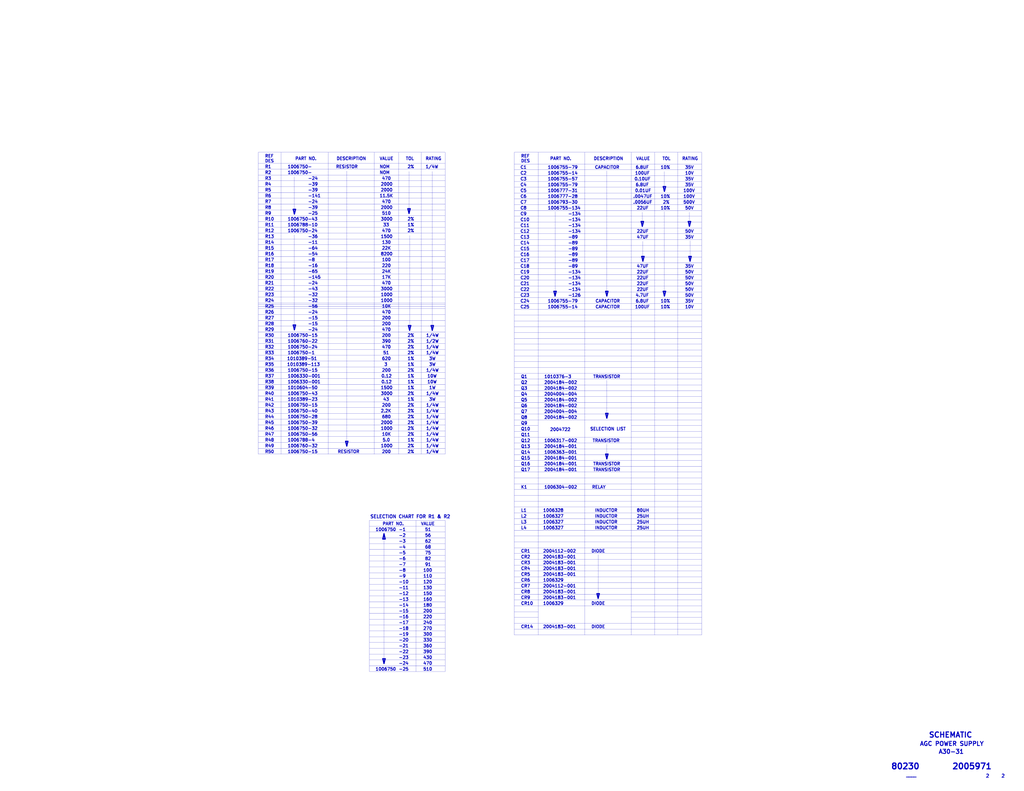
<source format=kicad_sch>
(kicad_sch (version 20211123) (generator eeschema)
  (paper "E")
  (polyline (pts (xy 688.975 668.02) (xy 765.81 668.02)) (stroke (width 0) (type solid)))
  (polyline (pts (xy 485.775 332.74) (xy 281.94 332.74)) (stroke (width 0) (type solid)))
  (polyline (pts (xy 765.81 648.97) (xy 561.34 648.97)) (stroke (width 0) (type solid)))
  (polyline (pts (xy 281.94 229.235) (xy 485.775 229.235)) (stroke (width 0) (type solid)))
  (polyline (pts (xy 322.58 354.965) (xy 321.31 360.045)) (stroke (width 1.27) (type solid)))
  (polyline (pts (xy 765.81 585.47) (xy 561.34 585.47)) (stroke (width 0) (type solid)))
  (polyline (pts (xy 765.81 325.12) (xy 561.34 325.12)) (stroke (width 0) (type solid)))
  (polyline (pts (xy 403.225 663.575) (xy 485.775 663.575)) (stroke (width 0) (type solid)))
  (polyline (pts (xy 281.94 387.985) (xy 485.775 387.985)) (stroke (width 0) (type solid)))
  (polyline (pts (xy 321.31 193.04) (xy 321.31 233.68)) (stroke (width 0) (type solid)))
  (polyline (pts (xy 281.94 299.085) (xy 485.775 299.085)) (stroke (width 0) (type solid)))
  (polyline (pts (xy 281.94 191.135) (xy 485.775 191.135)) (stroke (width 0) (type solid)))
  (polyline (pts (xy 702.31 241.935) (xy 701.04 247.015)) (stroke (width 1.27) (type solid)))
  (polyline (pts (xy 688.975 166.37) (xy 688.975 693.42)) (stroke (width 0) (type solid)))
  (polyline (pts (xy 281.94 166.37) (xy 485.775 166.37)) (stroke (width 0) (type solid)))
  (polyline (pts (xy 281.94 235.585) (xy 485.775 235.585)) (stroke (width 0) (type solid)))
  (polyline (pts (xy 765.81 369.57) (xy 561.34 369.57)) (stroke (width 0) (type solid)))
  (polyline (pts (xy 447.04 257.175) (xy 447.04 361.315)) (stroke (width 0) (type solid)))
  (polyline (pts (xy 752.475 231.775) (xy 752.475 247.015)) (stroke (width 0) (type solid)))
  (polyline (pts (xy 765.81 267.97) (xy 561.34 267.97)) (stroke (width 0) (type solid)))
  (polyline (pts (xy 446.405 187.325) (xy 446.405 233.68)) (stroke (width 0) (type solid)))
  (polyline (pts (xy 448.31 355.6) (xy 447.04 360.68)) (stroke (width 1.27) (type solid)))
  (polyline (pts (xy 403.225 600.075) (xy 485.775 600.075)) (stroke (width 0) (type solid)))
  (polyline (pts (xy 765.81 236.22) (xy 561.34 236.22)) (stroke (width 0) (type solid)))
  (polyline (pts (xy 281.94 381.635) (xy 485.775 381.635)) (stroke (width 0) (type solid)))
  (polyline (pts (xy 403.225 625.475) (xy 485.775 625.475)) (stroke (width 0) (type solid)))
  (polyline (pts (xy 403.225 657.225) (xy 485.775 657.225)) (stroke (width 0) (type solid)))
  (polyline (pts (xy 651.51 648.335) (xy 652.78 653.415)) (stroke (width 1.27) (type solid)))
  (polyline (pts (xy 403.225 631.825) (xy 485.775 631.825)) (stroke (width 0) (type solid)))
  (polyline (pts (xy 765.81 248.92) (xy 561.34 248.92)) (stroke (width 0) (type solid)))
  (polyline (pts (xy 765.81 598.17) (xy 561.34 598.17)) (stroke (width 0) (type solid)))
  (polyline (pts (xy 445.135 227.965) (xy 447.675 227.965)) (stroke (width 1.27) (type solid)))
  (polyline (pts (xy 459.74 166.37) (xy 459.74 495.935)) (stroke (width 0) (type solid)))
  (polyline (pts (xy 751.84 280.035) (xy 754.38 280.035)) (stroke (width 1.27) (type solid)))
  (polyline (pts (xy 751.205 241.935) (xy 753.745 241.935)) (stroke (width 1.27) (type solid)))
  (polyline (pts (xy 561.34 179.07) (xy 765.81 179.07)) (stroke (width 0) (type solid)))
  (polyline (pts (xy 377.19 481.965) (xy 378.46 487.045)) (stroke (width 1.27) (type solid)))
  (polyline (pts (xy 607.06 318.135) (xy 605.79 323.215)) (stroke (width 1.27) (type solid)))
  (polyline (pts (xy 765.81 521.97) (xy 561.34 521.97)) (stroke (width 0) (type solid)))
  (polyline (pts (xy 403.225 676.275) (xy 485.775 676.275)) (stroke (width 0) (type solid)))
  (polyline (pts (xy 403.225 644.525) (xy 485.775 644.525)) (stroke (width 0) (type solid)))
  (polyline (pts (xy 765.81 458.47) (xy 561.34 458.47)) (stroke (width 0) (type solid)))
  (polyline (pts (xy 403.225 701.675) (xy 485.775 701.675)) (stroke (width 0) (type solid)))
  (polyline (pts (xy 281.94 451.485) (xy 485.775 451.485)) (stroke (width 0) (type solid)))
  (polyline (pts (xy 403.225 574.675) (xy 485.775 574.675)) (stroke (width 0) (type solid)))
  (polyline (pts (xy 1188.085 1697.99) (xy 1186.815 1692.91)) (stroke (width 1.27) (type solid)))
  (polyline (pts (xy 417.83 719.455) (xy 420.37 719.455)) (stroke (width 1.27) (type solid)))
  (polyline (pts (xy 765.81 204.47) (xy 561.34 204.47)) (stroke (width 0) (type solid)))
  (polyline (pts (xy 765.81 350.52) (xy 561.34 350.52)) (stroke (width 0) (type solid)))
  (polyline (pts (xy 281.94 470.535) (xy 485.775 470.535)) (stroke (width 0) (type solid)))
  (polyline (pts (xy 638.175 693.42) (xy 638.175 166.37)) (stroke (width 0) (type solid)))
  (polyline (pts (xy 661.035 451.485) (xy 663.575 451.485)) (stroke (width 1.27) (type solid)))
  (polyline (pts (xy 403.225 581.025) (xy 485.775 581.025)) (stroke (width 0) (type solid)))
  (polyline (pts (xy 765.81 388.62) (xy 561.34 388.62)) (stroke (width 0) (type solid)))
  (polyline (pts (xy 403.225 669.925) (xy 485.775 669.925)) (stroke (width 0) (type solid)))
  (polyline (pts (xy 379.73 481.965) (xy 378.46 487.045)) (stroke (width 1.27) (type solid)))
  (polyline (pts (xy 765.81 579.12) (xy 561.34 579.12)) (stroke (width 0) (type solid)))
  (polyline (pts (xy 470.535 355.6) (xy 473.075 355.6)) (stroke (width 1.27) (type solid)))
  (polyline (pts (xy 765.81 655.32) (xy 561.34 655.32)) (stroke (width 0) (type solid)))
  (polyline (pts (xy 281.94 407.035) (xy 485.775 407.035)) (stroke (width 0) (type solid)))
  (polyline (pts (xy 765.81 229.87) (xy 561.34 229.87)) (stroke (width 0) (type solid)))
  (polyline (pts (xy 561.34 166.37) (xy 765.81 166.37)) (stroke (width 0) (type solid)))
  (polyline (pts (xy 485.775 166.37) (xy 485.775 495.935)) (stroke (width 0) (type solid)))
  (polyline (pts (xy 765.81 560.07) (xy 561.34 560.07)) (stroke (width 0) (type solid)))
  (polyline (pts (xy 281.94 438.785) (xy 485.775 438.785)) (stroke (width 0) (type solid)))
  (polyline (pts (xy 754.38 280.035) (xy 753.11 285.115)) (stroke (width 1.27) (type solid)))
  (polyline (pts (xy 751.84 280.035) (xy 753.11 285.115)) (stroke (width 1.27) (type solid)))
  (polyline (pts (xy 403.225 638.175) (xy 485.775 638.175)) (stroke (width 0) (type solid)))
  (polyline (pts (xy 765.81 661.67) (xy 561.34 661.67)) (stroke (width 0) (type solid)))
  (polyline (pts (xy 688.975 464.82) (xy 765.81 464.82)) (stroke (width 0) (type solid)))
  (polyline (pts (xy 281.94 178.435) (xy 485.775 178.435)) (stroke (width 0) (type solid)))
  (polyline (pts (xy 765.81 483.87) (xy 561.34 483.87)) (stroke (width 0) (type solid)))
  (polyline (pts (xy 470.535 355.6) (xy 471.805 360.68)) (stroke (width 1.27) (type solid)))
  (polyline (pts (xy 561.34 471.17) (xy 587.375 471.17)) (stroke (width 0) (type solid)))
  (polyline (pts (xy 765.81 223.52) (xy 561.34 223.52)) (stroke (width 0) (type solid)))
  (polyline (pts (xy 403.225 733.425) (xy 485.775 733.425)) (stroke (width 0) (type solid)))
  (polyline (pts (xy 765.81 344.17) (xy 561.34 344.17)) (stroke (width 0) (type solid)))
  (polyline (pts (xy 765.81 572.77) (xy 561.34 572.77)) (stroke (width 0) (type solid)))
  (polyline (pts (xy 417.83 719.455) (xy 419.1 724.535)) (stroke (width 1.27) (type solid)))
  (polyline (pts (xy 281.94 464.185) (xy 485.775 464.185)) (stroke (width 0) (type solid)))
  (polyline (pts (xy 699.77 241.935) (xy 702.31 241.935)) (stroke (width 1.27) (type solid)))
  (polyline (pts (xy 661.035 495.935) (xy 662.305 501.015)) (stroke (width 1.27) (type solid)))
  (polyline (pts (xy 403.225 619.125) (xy 485.775 619.125)) (stroke (width 0) (type solid)))
  (polyline (pts (xy 281.94 197.485) (xy 485.775 197.485)) (stroke (width 0) (type solid)))
  (polyline (pts (xy 765.81 198.12) (xy 561.34 198.12)) (stroke (width 0) (type solid)))
  (polyline (pts (xy 765.81 604.52) (xy 561.34 604.52)) (stroke (width 0) (type solid)))
  (polyline (pts (xy 765.81 382.27) (xy 561.34 382.27)) (stroke (width 0) (type solid)))
  (polyline (pts (xy 447.675 227.965) (xy 446.405 233.045)) (stroke (width 1.27) (type solid)))
  (polyline (pts (xy 661.035 495.935) (xy 663.575 495.935)) (stroke (width 1.27) (type solid)))
  (polyline (pts (xy 765.81 636.27) (xy 561.34 636.27)) (stroke (width 0) (type solid)))
  (polyline (pts (xy 765.81 337.82) (xy 561.34 337.82)) (stroke (width 0) (type solid)))
  (polyline (pts (xy 281.94 330.835) (xy 485.775 330.835)) (stroke (width 0) (type solid)))
  (polyline (pts (xy 765.81 287.02) (xy 561.34 287.02)) (stroke (width 0) (type solid)))
  (polyline (pts (xy 765.81 541.02) (xy 561.34 541.02)) (stroke (width 0) (type solid)))
  (polyline (pts (xy 765.81 401.32) (xy 561.34 401.32)) (stroke (width 0) (type solid)))
  (polyline (pts (xy 587.375 166.37) (xy 587.375 693.42)) (stroke (width 0) (type solid)))
  (polyline (pts (xy 753.11 262.89) (xy 753.11 285.75)) (stroke (width 0) (type solid)))
  (polyline (pts (xy 281.94 476.885) (xy 485.775 476.885)) (stroke (width 0) (type solid)))
  (polyline (pts (xy 281.94 267.335) (xy 485.775 267.335)) (stroke (width 0) (type solid)))
  (polyline (pts (xy 417.83 588.645) (xy 420.37 588.645)) (stroke (width 1.27) (type solid)))
  (polyline (pts (xy 403.225 695.325) (xy 485.775 695.325)) (stroke (width 0) (type solid)))
  (polyline (pts (xy 281.94 337.185) (xy 485.775 337.185)) (stroke (width 0) (type solid)))
  (polyline (pts (xy 561.34 668.02) (xy 587.375 668.02)) (stroke (width 0) (type solid)))
  (polyline (pts (xy 765.81 191.77) (xy 561.34 191.77)) (stroke (width 0) (type solid)))
  (polyline (pts (xy 281.94 292.735) (xy 485.775 292.735)) (stroke (width 0) (type solid)))
  (polyline (pts (xy 765.81 502.92) (xy 561.34 502.92)) (stroke (width 0) (type solid)))
  (polyline (pts (xy 281.94 426.085) (xy 485.775 426.085)) (stroke (width 0) (type solid)))
  (polyline (pts (xy 320.04 228.6) (xy 322.58 228.6)) (stroke (width 1.27) (type solid)))
  (polyline (pts (xy 765.81 617.22) (xy 561.34 617.22)) (stroke (width 0) (type solid)))
  (polyline (pts (xy 765.81 693.42) (xy 561.34 693.42)) (stroke (width 0) (type solid)))
  (polyline (pts (xy 561.34 464.82) (xy 587.375 464.82)) (stroke (width 0) (type solid)))
  (polyline (pts (xy 281.94 400.685) (xy 485.775 400.685)) (stroke (width 0) (type solid)))
  (polyline (pts (xy 702.945 280.035) (xy 701.675 285.115)) (stroke (width 1.27) (type solid)))
  (polyline (pts (xy 765.81 477.52) (xy 561.34 477.52)) (stroke (width 0) (type solid)))
  (polyline (pts (xy 281.94 362.585) (xy 485.775 362.585)) (stroke (width 0) (type solid)))
  (polyline (pts (xy 281.94 349.885) (xy 485.775 349.885)) (stroke (width 0) (type solid)))
  (polyline (pts (xy 651.51 648.335) (xy 654.05 648.335)) (stroke (width 1.27) (type solid)))
  (polyline (pts (xy 765.81 566.42) (xy 561.34 566.42)) (stroke (width 0) (type solid)))
  (polyline (pts (xy 765.81 610.87) (xy 561.34 610.87)) (stroke (width 0) (type solid)))
  (polyline (pts (xy 765.81 591.82) (xy 561.34 591.82)) (stroke (width 0) (type solid)))
  (polyline (pts (xy 751.205 241.935) (xy 752.475 247.015)) (stroke (width 1.27) (type solid)))
  (polyline (pts (xy 473.075 355.6) (xy 471.805 360.68)) (stroke (width 1.27) (type solid)))
  (polyline (pts (xy 605.79 322.58) (xy 605.79 231.14)) (stroke (width 0) (type solid)))
  (polyline (pts (xy 471.805 187.325) (xy 471.805 361.315)) (stroke (width 0) (type solid)))
  (polyline (pts (xy 320.04 354.965) (xy 322.58 354.965)) (stroke (width 1.27) (type solid)))
  (polyline (pts (xy 403.225 682.625) (xy 485.775 682.625)) (stroke (width 0) (type solid)))
  (polyline (pts (xy 765.81 306.07) (xy 561.34 306.07)) (stroke (width 0) (type solid)))
  (polyline (pts (xy 454.025 568.325) (xy 454.025 733.425)) (stroke (width 0) (type solid)))
  (polyline (pts (xy 765.81 375.92) (xy 561.34 375.92)) (stroke (width 0) (type solid)))
  (polyline (pts (xy 403.225 568.325) (xy 485.775 568.325)) (stroke (width 0) (type solid)))
  (polyline (pts (xy 403.225 727.075) (xy 485.775 727.075)) (stroke (width 0) (type solid)))
  (polyline (pts (xy 403.225 593.725) (xy 485.775 593.725)) (stroke (width 0) (type solid)))
  (polyline (pts (xy 281.94 203.835) (xy 485.775 203.835)) (stroke (width 0) (type solid)))
  (polyline (pts (xy 408.305 166.37) (xy 408.305 495.935)) (stroke (width 0) (type solid)))
  (polyline (pts (xy 765.81 623.57) (xy 561.34 623.57)) (stroke (width 0) (type solid)))
  (polyline (pts (xy 765.81 687.07) (xy 561.34 687.07)) (stroke (width 0) (type solid)))
  (polyline (pts (xy 726.44 318.135) (xy 725.17 323.215)) (stroke (width 1.27) (type solid)))
  (polyline (pts (xy 281.94 311.785) (xy 485.775 311.785)) (stroke (width 0) (type solid)))
  (polyline (pts (xy 281.94 248.285) (xy 485.775 248.285)) (stroke (width 0) (type solid)))
  (polyline (pts (xy 604.52 318.135) (xy 607.06 318.135)) (stroke (width 1.27) (type solid)))
  (polyline (pts (xy 663.575 318.135) (xy 662.305 323.215)) (stroke (width 1.27) (type solid)))
  (polyline (pts (xy 700.405 280.035) (xy 701.675 285.115)) (stroke (width 1.27) (type solid)))
  (polyline (pts (xy 765.81 331.47) (xy 561.34 331.47)) (stroke (width 0) (type solid)))
  (polyline (pts (xy 320.04 228.6) (xy 321.31 233.68)) (stroke (width 1.27) (type solid)))
  (polyline (pts (xy 445.135 227.965) (xy 446.405 233.045)) (stroke (width 1.27) (type solid)))
  (polyline (pts (xy 281.94 489.585) (xy 485.775 489.585)) (stroke (width 0) (type solid)))
  (polyline (pts (xy 765.81 363.22) (xy 561.34 363.22)) (stroke (width 0) (type solid)))
  (polyline (pts (xy 281.94 394.335) (xy 485.775 394.335)) (stroke (width 0) (type solid)))
  (polyline (pts (xy 281.94 210.185) (xy 485.775 210.185)) (stroke (width 0) (type solid)))
  (polyline (pts (xy 403.225 720.725) (xy 485.775 720.725)) (stroke (width 0) (type solid)))
  (polyline (pts (xy 281.94 305.435) (xy 485.775 305.435)) (stroke (width 0) (type solid)))
  (polyline (pts (xy 281.94 166.37) (xy 281.94 495.935)) (stroke (width 0) (type solid)))
  (polyline (pts (xy 281.94 254.635) (xy 485.775 254.635)) (stroke (width 0) (type solid)))
  (polyline (pts (xy 765.81 280.67) (xy 561.34 280.67)) (stroke (width 0) (type solid)))
  (polyline (pts (xy 445.77 355.6) (xy 448.31 355.6)) (stroke (width 1.27) (type solid)))
  (polyline (pts (xy 753.745 241.935) (xy 752.475 247.015)) (stroke (width 1.27) (type solid)))
  (polyline (pts (xy 403.225 587.375) (xy 485.775 587.375)) (stroke (width 0) (type solid)))
  (polyline (pts (xy 403.225 714.375) (xy 485.775 714.375)) (stroke (width 0) (type solid)))
  (polyline (pts (xy 765.81 242.57) (xy 561.34 242.57)) (stroke (width 0) (type solid)))
  (polyline (pts (xy 765.81 185.42) (xy 561.34 185.42)) (stroke (width 0) (type solid)))
  (polyline (pts (xy 403.225 708.025) (xy 485.775 708.025)) (stroke (width 0) (type solid)))
  (polyline (pts (xy 765.81 293.37) (xy 561.34 293.37)) (stroke (width 0) (type solid)))
  (polyline (pts (xy 378.46 186.69) (xy 378.46 487.045)) (stroke (width 0) (type solid)))
  (polyline (pts (xy 403.225 612.775) (xy 485.775 612.775)) (stroke (width 0) (type solid)))
  (polyline (pts (xy 765.81 515.62) (xy 561.34 515.62)) (stroke (width 0) (type solid)))
  (polyline (pts (xy 652.78 605.79) (xy 652.78 653.415)) (stroke (width 0) (type solid)))
  (polyline (pts (xy 765.81 210.82) (xy 561.34 210.82)) (stroke (width 0) (type solid)))
  (polyline (pts (xy 561.34 674.37) (xy 587.375 674.37)) (stroke (width 0) (type solid)))
  (polyline (pts (xy 765.81 426.72) (xy 561.34 426.72)) (stroke (width 0) (type solid)))
  (polyline (pts (xy 765.81 509.27) (xy 561.34 509.27)) (stroke (width 0) (type solid)))
  (polyline (pts (xy 281.94 324.485) (xy 485.775 324.485)) (stroke (width 0) (type solid)))
  (polyline (pts (xy 420.37 588.645) (xy 419.1 582.93)) (stroke (width 1.27) (type solid)))
  (polyline (pts (xy 1185.545 1697.99) (xy 1186.815 1692.91)) (stroke (width 1.27) (type solid)))
  (polyline (pts (xy 281.94 334.645) (xy 485.775 334.645)) (stroke (width 0) (type solid)))
  (polyline (pts (xy 765.81 299.72) (xy 561.34 299.72)) (stroke (width 0) (type solid)))
  (polyline (pts (xy 765.81 629.92) (xy 561.34 629.92)) (stroke (width 0) (type solid)))
  (polyline (pts (xy 281.94 483.235) (xy 485.775 483.235)) (stroke (width 0) (type solid)))
  (polyline (pts (xy 765.81 166.37) (xy 765.81 693.42)) (stroke (width 0) (type solid)))
  (polyline (pts (xy 419.1 582.93) (xy 419.1 724.535)) (stroke (width 0) (type solid)))
  (polyline (pts (xy 281.94 495.935) (xy 485.775 495.935)) (stroke (width 0) (type solid)))
  (polyline (pts (xy 765.81 534.67) (xy 561.34 534.67)) (stroke (width 0) (type solid)))
  (polyline (pts (xy 281.94 184.785) (xy 485.775 184.785)) (stroke (width 0) (type solid)))
  (polyline (pts (xy 765.81 318.77) (xy 561.34 318.77)) (stroke (width 0) (type solid)))
  (polyline (pts (xy 765.81 452.12) (xy 561.34 452.12)) (stroke (width 0) (type solid)))
  (polyline (pts (xy 765.81 217.17) (xy 561.34 217.17)) (stroke (width 0) (type solid)))
  (polyline (pts (xy 403.225 733.425) (xy 403.225 568.325)) (stroke (width 0) (type solid)))
  (polyline (pts (xy 723.9 203.835) (xy 726.44 203.835)) (stroke (width 1.27) (type solid)))
  (polyline (pts (xy 661.035 451.485) (xy 662.305 456.565)) (stroke (width 1.27) (type solid)))
  (polyline (pts (xy 281.94 413.385) (xy 485.775 413.385)) (stroke (width 0) (type solid)))
  (polyline (pts (xy 723.9 318.135) (xy 725.17 323.215)) (stroke (width 1.27) (type solid)))
  (polyline (pts (xy 723.9 203.835) (xy 725.17 208.915)) (stroke (width 1.27) (type solid)))
  (polyline (pts (xy 281.94 356.235) (xy 485.775 356.235)) (stroke (width 0) (type solid)))
  (polyline (pts (xy 281.94 216.535) (xy 485.775 216.535)) (stroke (width 0) (type solid)))
  (polyline (pts (xy 765.81 394.97) (xy 561.34 394.97)) (stroke (width 0) (type solid)))
  (polyline (pts (xy 700.405 280.035) (xy 702.945 280.035)) (stroke (width 1.27) (type solid)))
  (polyline (pts (xy 701.675 263.525) (xy 701.675 285.75)) (stroke (width 0) (type solid)))
  (polyline (pts (xy 688.975 674.37) (xy 765.81 674.37)) (stroke (width 0) (type solid)))
  (polyline (pts (xy 1188.085 1697.99) (xy 1185.545 1697.99)) (stroke (width 1.27) (type solid)))
  (polyline (pts (xy 765.81 255.27) (xy 561.34 255.27)) (stroke (width 0) (type solid)))
  (polyline (pts (xy 765.81 414.02) (xy 561.34 414.02)) (stroke (width 0) (type solid)))
  (polyline (pts (xy 701.04 231.775) (xy 701.04 246.38)) (stroke (width 0) (type solid)))
  (polyline (pts (xy 765.81 642.62) (xy 561.34 642.62)) (stroke (width 0) (type solid)))
  (polyline (pts (xy 739.775 166.37) (xy 739.775 693.42)) (stroke (width 0) (type solid)))
  (polyline (pts (xy 403.225 606.425) (xy 485.775 606.425)) (stroke (width 0) (type solid)))
  (polyline (pts (xy 281.94 445.135) (xy 485.775 445.135)) (stroke (width 0) (type solid)))
  (polyline (pts (xy 485.775 733.425) (xy 485.775 568.325)) (stroke (width 0) (type solid)))
  (polyline (pts (xy 726.44 203.835) (xy 725.17 208.915)) (stroke (width 1.27) (type solid)))
  (polyline (pts (xy 662.305 455.93) (xy 662.305 415.29)) (stroke (width 0) (type solid)))
  (polyline (pts (xy 321.31 256.54) (xy 321.31 361.315)) (stroke (width 0) (type solid)))
  (polyline (pts (xy 604.52 318.135) (xy 605.79 323.215)) (stroke (width 1.27) (type solid)))
  (polyline (pts (xy 434.975 166.37) (xy 434.975 495.935)) (stroke (width 0) (type solid)))
  (polyline (pts (xy 281.94 318.135) (xy 485.775 318.135)) (stroke (width 0) (type solid)))
  (polyline (pts (xy 320.04 354.965) (xy 321.31 360.045)) (stroke (width 1.27) (type solid)))
  (polyline (pts (xy 281.94 375.285) (xy 485.775 375.285)) (stroke (width 0) (type solid)))
  (polyline (pts (xy 281.94 273.685) (xy 485.775 273.685)) (stroke (width 0) (type solid)))
  (polyline (pts (xy 765.81 274.32) (xy 561.34 274.32)) (stroke (width 0) (type solid)))
  (polyline (pts (xy 281.94 432.435) (xy 485.775 432.435)) (stroke (width 0) (type solid)))
  (polyline (pts (xy 662.305 323.215) (xy 662.305 186.69)) (stroke (width 0) (type solid)))
  (polyline (pts (xy 765.81 439.42) (xy 561.34 439.42)) (stroke (width 0) (type solid)))
  (polyline (pts (xy 661.035 318.135) (xy 663.575 318.135)) (stroke (width 1.27) (type solid)))
  (polyline (pts (xy 765.81 553.72) (xy 561.34 553.72)) (stroke (width 0) (type solid)))
  (polyline (pts (xy 281.94 241.935) (xy 485.775 241.935)) (stroke (width 0) (type solid)))
  (polyline (pts (xy 661.035 318.135) (xy 662.305 323.215)) (stroke (width 1.27) (type solid)))
  (polyline (pts (xy 403.225 650.875) (xy 485.775 650.875)) (stroke (width 0) (type solid)))
  (polyline (pts (xy 322.58 228.6) (xy 321.31 233.68)) (stroke (width 1.27) (type solid)))
  (polyline (pts (xy 306.705 166.37) (xy 306.705 495.935)) (stroke (width 0) (type solid)))
  (polyline (pts (xy 403.225 688.975) (xy 485.775 688.975)) (stroke (width 0) (type solid)))
  (polyline (pts (xy 663.575 495.935) (xy 662.305 501.015)) (stroke (width 1.27) (type solid)))
  (polyline (pts (xy 654.05 648.335) (xy 652.78 653.415)) (stroke (width 1.27) (type solid)))
  (polyline (pts (xy 445.77 355.6) (xy 447.04 360.68)) (stroke (width 1.27) (type solid)))
  (polyline (pts (xy 765.81 528.32) (xy 561.34 528.32)) (stroke (width 0) (type solid)))
  (polyline (pts (xy 377.19 481.965) (xy 379.73 481.965)) (stroke (width 1.27) (type solid)))
  (polyline (pts (xy 765.81 496.57) (xy 561.34 496.57)) (stroke (width 0) (type solid)))
  (polyline (pts (xy 281.94 457.835) (xy 485.775 457.835)) (stroke (width 0) (type solid)))
  (polyline (pts (xy 765.81 312.42) (xy 561.34 312.42)) (stroke (width 0) (type solid)))
  (polyline (pts (xy 765.81 261.62) (xy 561.34 261.62)) (stroke (width 0) (type solid)))
  (polyline (pts (xy 281.94 419.735) (xy 485.775 419.735)) (stroke (width 0) (type solid)))
  (polyline (pts (xy 723.9 318.135) (xy 726.44 318.135)) (stroke (width 1.27) (type solid)))
  (polyline (pts (xy 714.375 693.42) (xy 714.375 166.37)) (stroke (width 0) (type solid)))
  (polyline (pts (xy 765.81 445.77) (xy 561.34 445.77)) (stroke (width 0) (type solid)))
  (polyline (pts (xy 699.77 241.935) (xy 701.04 247.015)) (stroke (width 1.27) (type solid)))
  (polyline (pts (xy 765.81 420.37) (xy 561.34 420.37)) (stroke (width 0) (type solid)))
  (polyline (pts (xy 281.94 343.535) (xy 485.775 343.535)) (stroke (width 0) (type solid)))
  (polyline (pts (xy 281.94 260.985) (xy 485.775 260.985)) (stroke (width 0) (type solid)))
  (polyline (pts (xy 765.81 356.87) (xy 561.34 356.87)) (stroke (width 0) (type solid)))
  (polyline (pts (xy 765.81 490.22) (xy 561.34 490.22)) (stroke (width 0) (type solid)))
  (polyline (pts (xy 662.305 500.38) (xy 662.305 485.14)) (stroke (width 0) (type solid)))
  (polyline (pts (xy 765.81 680.72) (xy 561.34 680.72)) (stroke (width 0) (type solid)))
  (polyline (pts (xy 358.14 166.37) (xy 358.14 495.935)) (stroke (width 0) (type solid)))
  (polyline (pts (xy 725.17 187.325) (xy 725.17 208.915)) (stroke (width 0) (type solid)))
  (polyline (pts (xy 281.94 222.885) (xy 485.775 222.885)) (stroke (width 0) (type solid)))
  (polyline (pts (xy 725.17 323.215) (xy 725.17 231.14)) (stroke (width 0) (type solid)))
  (polyline (pts (xy 765.81 433.07) (xy 561.34 433.07)) (stroke (width 0) (type solid)))
  (polyline (pts (xy 281.94 280.035) (xy 485.775 280.035)) (stroke (width 0) (type solid)))
  (polyline (pts (xy 420.37 719.455) (xy 419.1 724.535)) (stroke (width 1.27) (type solid)))
  (polyline (pts (xy 281.94 368.935) (xy 485.775 368.935)) (stroke (width 0) (type solid)))
  (polyline (pts (xy 561.34 693.42) (xy 561.34 166.37)) (stroke (width 0) (type solid)))
  (polyline (pts (xy 765.81 407.67) (xy 561.34 407.67)) (stroke (width 0) (type solid)))
  (polyline (pts (xy 663.575 451.485) (xy 662.305 456.565)) (stroke (width 1.27) (type solid)))
  (polyline (pts (xy 419.1 582.93) (xy 417.83 588.645)) (stroke (width 1.27) (type solid)))
  (polyline (pts (xy 281.94 286.385) (xy 485.775 286.385)) (stroke (width 0) (type solid)))
  (polyline (pts (xy 688.975 471.17) (xy 765.81 471.17)) (stroke (width 0) (type solid)))
  (polyline (pts (xy 765.81 547.37) (xy 561.34 547.37)) (stroke (width 0) (type solid)))
  (text "-2" (at 434.975 586.74 0) (effects (font (size 3.302 3.302) (thickness 0.6604) bold) (justify left bottom)))
  (text "3000" (at 415.29 241.3 0) (effects (font (size 3.302 3.302) (thickness 0.6604) bold) (justify left bottom)))
  (text "-32" (at 335.915 323.85 0) (effects (font (size 3.302 3.302) (thickness 0.6604) bold) (justify left bottom)))
  (text "1%" (at 444.5 482.6 0) (effects (font (size 3.302 3.302) (thickness 0.6604) bold) (justify left bottom)))
  (text "10W" (at 466.09 412.75 0) (effects (font (size 3.302 3.302) (thickness 0.6604) bold) (justify left bottom)))
  (text "-89" (at 619.76 267.335 0) (effects (font (size 3.302 3.302) (thickness 0.6604) bold) (justify left bottom)))
  (text "R46" (at 288.925 469.9 0) (effects (font (size 3.302 3.302) (thickness 0.6604) bold) (justify left bottom)))
  (text "RESISTOR" (at 368.3 495.3 0) (effects (font (size 3.302 3.302) (thickness 0.6604) bold) (justify left bottom)))
  (text "1/4W" (at 464.82 457.2 0) (effects (font (size 3.302 3.302) (thickness 0.6604) bold) (justify left bottom)))
  (text "35V" (at 747.395 197.485 0) (effects (font (size 3.302 3.302) (thickness 0.6604) bold) (justify left bottom)))
  (text "-22" (at 434.975 713.74 0) (effects (font (size 3.302 3.302) (thickness 0.6604) bold) (justify left bottom)))
  (text "R2" (at 288.925 190.5 0) (effects (font (size 3.302 3.302) (thickness 0.6604) bold) (justify left bottom)))
  (text "1006777-31" (at 597.535 210.185 0) (effects (font (size 3.302 3.302) (thickness 0.6604) bold) (justify left bottom)))
  (text "1006755-57" (at 597.535 197.485 0) (effects (font (size 3.302 3.302) (thickness 0.6604) bold) (justify left bottom)))
  (text "470" (at 416.56 311.15 0) (effects (font (size 3.302 3.302) (thickness 0.6604) bold) (justify left bottom)))
  (text "C11" (at 567.69 248.285 0) (effects (font (size 3.302 3.302) (thickness 0.6604) bold) (justify left bottom)))
  (text "1/4W" (at 464.82 368.3 0) (effects (font (size 3.302 3.302) (thickness 0.6604) bold) (justify left bottom)))
  (text "DIODE" (at 645.16 686.435 0) (effects (font (size 3.302 3.302) (thickness 0.6604) bold) (justify left bottom)))
  (text "-89" (at 619.76 286.385 0) (effects (font (size 3.302 3.302) (thickness 0.6604) bold) (justify left bottom)))
  (text "-39" (at 335.915 228.6 0) (effects (font (size 3.302 3.302) (thickness 0.6604) bold) (justify left bottom)))
  (text "25UH" (at 694.69 565.785 0) (effects (font (size 3.302 3.302) (thickness 0.6604) bold) (justify left bottom)))
  (text "1006329" (at 592.455 661.035 0) (effects (font (size 3.302 3.302) (thickness 0.6604) bold) (justify left bottom)))
  (text "2%" (at 444.5 450.85 0) (effects (font (size 3.302 3.302) (thickness 0.6604) bold) (justify left bottom)))
  (text "2004722" (at 600.075 471.17 0) (effects (font (size 3.302 3.302) (thickness 0.6604) bold) (justify left bottom)))
  (text "180" (at 461.645 662.94 0) (effects (font (size 3.302 3.302) (thickness 0.6604) bold) (justify left bottom)))
  (text "PART NO." (at 321.945 175.26 0) (effects (font (size 3.302 3.302) (thickness 0.6604) bold) (justify left bottom)))
  (text "-24" (at 335.915 361.95 0) (effects (font (size 3.302 3.302) (thickness 0.6604) bold) (justify left bottom)))
  (text "130" (at 416.56 266.7 0) (effects (font (size 3.302 3.302) (thickness 0.6604) bold) (justify left bottom)))
  (text "-14" (at 434.975 662.94 0) (effects (font (size 3.302 3.302) (thickness 0.6604) bold) (justify left bottom)))
  (text "2004183-001" (at 592.455 610.235 0) (effects (font (size 3.302 3.302) (thickness 0.6604) bold) (justify left bottom)))
  (text "R23" (at 288.925 323.85 0) (effects (font (size 3.302 3.302) (thickness 0.6604) bold) (justify left bottom)))
  (text "10K" (at 416.56 476.25 0) (effects (font (size 3.302 3.302) (thickness 0.6604) bold) (justify left bottom)))
  (text "62" (at 463.55 593.09 0) (effects (font (size 3.302 3.302) (thickness 0.6604) bold) (justify left bottom)))
  (text "-8" (at 335.915 285.75 0) (effects (font (size 3.302 3.302) (thickness 0.6604) bold) (justify left bottom)))
  (text "470" (at 416.56 196.85 0) (effects (font (size 3.302 3.302) (thickness 0.6604) bold) (justify left bottom)))
  (text "INDUCTOR" (at 648.97 565.785 0) (effects (font (size 3.302 3.302) (thickness 0.6604) bold) (justify left bottom)))
  (text "1010389-113" (at 313.055 400.05 0) (effects (font (size 3.302 3.302) (thickness 0.6604) bold) (justify left bottom)))
  (text "510" (at 416.56 234.95 0) (effects (font (size 3.302 3.302) (thickness 0.6604) bold) (justify left bottom)))
  (text "50V" (at 747.395 305.435 0) (effects (font (size 3.302 3.302) (thickness 0.6604) bold) (justify left bottom)))
  (text "2004184-002" (at 593.725 438.785 0) (effects (font (size 3.302 3.302) (thickness 0.6604) bold) (justify left bottom)))
  (text "R50" (at 288.925 495.3 0) (effects (font (size 3.302 3.302) (thickness 0.6604) bold) (justify left bottom)))
  (text "R11" (at 288.925 247.65 0) (effects (font (size 3.302 3.302) (thickness 0.6604) bold) (justify left bottom)))
  (text "150" (at 461.645 650.24 0) (effects (font (size 3.302 3.302) (thickness 0.6604) bold) (justify left bottom)))
  (text "100" (at 416.56 285.75 0) (effects (font (size 3.302 3.302) (thickness 0.6604) bold) (justify left bottom)))
  (text "25UH" (at 694.69 572.135 0) (effects (font (size 3.302 3.302) (thickness 0.6604) bold) (justify left bottom)))
  (text "-24" (at 335.915 342.9 0) (effects (font (size 3.302 3.302) (thickness 0.6604) bold) (justify left bottom)))
  (text "2004183-001" (at 592.455 686.435 0) (effects (font (size 3.302 3.302) (thickness 0.6604) bold) (justify left bottom)))
  (text "R22" (at 288.925 317.5 0) (effects (font (size 3.302 3.302) (thickness 0.6604) bold) (justify left bottom)))
  (text "-20" (at 434.975 701.04 0) (effects (font (size 3.302 3.302) (thickness 0.6604) bold) (justify left bottom)))
  (text "91" (at 463.55 618.49 0) (effects (font (size 3.302 3.302) (thickness 0.6604) bold) (justify left bottom)))
  (text "200" (at 416.56 495.3 0) (effects (font (size 3.302 3.302) (thickness 0.6604) bold) (justify left bottom)))
  (text "1/4W" (at 464.82 406.4 0) (effects (font (size 3.302 3.302) (thickness 0.6604) bold) (justify left bottom)))
  (text "1006750-28" (at 313.69 457.2 0) (effects (font (size 3.302 3.302) (thickness 0.6604) bold) (justify left bottom)))
  (text "-25" (at 434.975 732.79 0) (effects (font (size 3.302 3.302) (thickness 0.6604) bold) (justify left bottom)))
  (text "110" (at 461.645 631.19 0) (effects (font (size 3.302 3.302) (thickness 0.6604) bold) (justify left bottom)))
  (text "R20" (at 288.925 304.8 0) (effects (font (size 3.302 3.302) (thickness 0.6604) bold) (justify left bottom)))
  (text "Q2" (at 568.325 419.735 0) (effects (font (size 3.302 3.302) (thickness 0.6604) bold) (justify left bottom)))
  (text "1%" (at 444.5 400.05 0) (effects (font (size 3.302 3.302) (thickness 0.6604) bold) (justify left bottom)))
  (text "R8" (at 288.925 228.6 0) (effects (font (size 3.302 3.302) (thickness 0.6604) bold) (justify left bottom)))
  (text "SELECTION LIST" (at 643.89 470.535 0) (effects (font (size 3.302 3.302) (thickness 0.6604) bold) (justify left bottom)))
  (text "-134" (at 619.76 299.085 0) (effects (font (size 3.302 3.302) (thickness 0.6604) bold) (justify left bottom)))
  (text "R5" (at 288.925 209.55 0) (effects (font (size 3.302 3.302) (thickness 0.6604) bold) (justify left bottom)))
  (text "3W" (at 467.995 393.7 0) (effects (font (size 3.302 3.302) (thickness 0.6604) bold) (justify left bottom)))
  (text "REF\nDES" (at 288.925 177.8 0) (effects (font (size 3.302 3.302) (thickness 0.6604) bold) (justify left bottom)))
  (text "-17" (at 434.975 681.99 0) (effects (font (size 3.302 3.302) (thickness 0.6604) bold) (justify left bottom)))
  (text "1/2W" (at 464.82 374.65 0) (effects (font (size 3.302 3.302) (thickness 0.6604) bold) (justify left bottom)))
  (text "-32" (at 335.915 330.2 0) (effects (font (size 3.302 3.302) (thickness 0.6604) bold) (justify left bottom)))
  (text ".0047UF" (at 690.88 216.535 0) (effects (font (size 3.302 3.302) (thickness 0.6604) bold) (justify left bottom)))
  (text "AGC POWER SUPPLY" (at 1003.6048 815.0606 0) (effects (font (size 4.572 4.572) (thickness 0.9144) bold) (justify left bottom)))
  (text "1006330-001" (at 313.69 412.75 0) (effects (font (size 3.302 3.302) (thickness 0.6604) bold) (justify left bottom)))
  (text "Q8" (at 568.325 457.835 0) (effects (font (size 3.302 3.302) (thickness 0.6604) bold) (justify left bottom)))
  (text "-134" (at 619.76 305.435 0) (effects (font (size 3.302 3.302) (thickness 0.6604) bold) (justify left bottom)))
  (text "1%" (at 444.5 412.75 0) (effects (font (size 3.302 3.302) (thickness 0.6604) bold) (justify left bottom)))
  (text "R42" (at 288.925 444.5 0) (effects (font (size 3.302 3.302) (thickness 0.6604) bold) (justify left bottom)))
  (text "-11" (at 434.975 643.89 0) (effects (font (size 3.302 3.302) (thickness 0.6604) bold) (justify left bottom)))
  (text "R35" (at 288.925 400.05 0) (effects (font (size 3.302 3.302) (thickness 0.6604) bold) (justify left bottom)))
  (text "-24" (at 335.915 222.25 0) (effects (font (size 3.302 3.302) (thickness 0.6604) bold) (justify left bottom)))
  (text "2000" (at 415.29 228.6 0) (effects (font (size 3.302 3.302) (thickness 0.6604) bold) (justify left bottom)))
  (text "2004183-001" (at 592.455 616.585 0) (effects (font (size 3.302 3.302) (thickness 0.6604) bold) (justify left bottom)))
  (text "R19" (at 288.925 298.45 0) (effects (font (size 3.302 3.302) (thickness 0.6604) bold) (justify left bottom)))
  (text "VALUE" (at 414.02 175.26 0) (effects (font (size 3.302 3.302) (thickness 0.6604) bold) (justify left bottom)))
  (text "DIODE" (at 645.16 661.035 0) (effects (font (size 3.302 3.302) (thickness 0.6604) bold) (justify left bottom)))
  (text "100V" (at 745.49 216.535 0) (effects (font (size 3.302 3.302) (thickness 0.6604) bold) (justify left bottom)))
  (text "3000" (at 415.29 431.8 0) (effects (font (size 3.302 3.302) (thickness 0.6604) bold) (justify left bottom)))
  (text "2%" (at 444.5 488.95 0) (effects (font (size 3.302 3.302) (thickness 0.6604) bold) (justify left bottom)))
  (text "10%" (at 720.725 337.185 0) (effects (font (size 3.302 3.302) (thickness 0.6604) bold) (justify left bottom)))
  (text "1/4W" (at 464.82 488.95 0) (effects (font (size 3.302 3.302) (thickness 0.6604) bold) (justify left bottom)))
  (text "Q14" (at 568.325 495.935 0) (effects (font (size 3.302 3.302) (thickness 0.6604) bold) (justify left bottom)))
  (text "A30-31" (at 1024.0772 823.6712 0) (effects (font (size 4.572 4.572) (thickness 0.9144) bold) (justify left bottom)))
  (text "0.01UF" (at 692.785 210.185 0) (effects (font (size 3.302 3.302) (thickness 0.6604) bold) (justify left bottom)))
  (text "Q11" (at 568.325 476.885 0) (effects (font (size 3.302 3.302) (thickness 0.6604) bold) (justify left bottom)))
  (text "240" (at 461.645 681.99 0) (effects (font (size 3.302 3.302) (thickness 0.6604) bold) (justify left bottom)))
  (text "56" (at 463.55 586.74 0) (effects (font (size 3.302 3.302) (thickness 0.6604) bold) (justify left bottom)))
  (text "CR8" (at 568.325 648.335 0) (effects (font (size 3.302 3.302) (thickness 0.6604) bold) (justify left bottom)))
  (text "SCHEMATIC" (at 1013.4092 806.069 0) (effects (font (size 5.715 5.715) (thickness 1.143) bold) (justify left bottom)))
  (text "____" (at 988.695 848.995 0) (effects (font (size 3.556 3.556) (thickness 0.7112) bold) (justify left bottom)))
  (text "2000" (at 415.29 203.2 0) (effects (font (size 3.302 3.302) (thickness 0.6604) bold) (justify left bottom)))
  (text "10W" (at 466.09 419.1 0) (effects (font (size 3.302 3.302) (thickness 0.6604) bold) (justify left bottom)))
  (text "R26" (at 288.925 342.9 0) (effects (font (size 3.302 3.302) (thickness 0.6604) bold) (justify left bottom)))
  (text "PART NO." (at 417.195 574.04 0) (effects (font (size 3.302 3.302) (thickness 0.6604) bold) (justify left bottom)))
  (text "200" (at 416.56 368.3 0) (effects (font (size 3.302 3.302) (thickness 0.6604) bold) (justify left bottom)))
  (text "2005971" (at 1038.86 840.74 0) (effects (font (size 6.35 6.35) (thickness 1.27) bold) (justify left bottom)))
  (text "10%" (at 720.725 229.235 0) (effects (font (size 3.302 3.302) (thickness 0.6604) bold) (justify left bottom)))
  (text "1/4W" (at 464.82 450.85 0) (effects (font (size 3.302 3.302) (thickness 0.6604) bold) (justify left bottom)))
  (text "1006750-43" (at 313.69 431.8 0) (effects (font (size 3.302 3.302) (thickness 0.6604) bold) (justify left bottom)))
  (text "C22" (at 567.69 318.135 0) (effects (font (size 3.302 3.302) (thickness 0.6604) bold) (justify left bottom)))
  (text "TOL" (at 442.595 175.26 0) (effects (font (size 3.302 3.302) (thickness 0.6604) bold) (justify left bottom)))
  (text "C15" (at 567.69 273.685 0) (effects (font (size 3.302 3.302) (thickness 0.6604) bold) (justify left bottom)))
  (text "1/4W" (at 464.82 381 0) (effects (font (size 3.302 3.302) (thickness 0.6604) bold) (justify left bottom)))
  (text "2004183-001" (at 592.455 654.685 0) (effects (font (size 3.302 3.302) (thickness 0.6604) bold) (justify left bottom)))
  (text "330" (at 461.645 701.04 0) (effects (font (size 3.302 3.302) (thickness 0.6604) bold) (justify left bottom)))
  (text "R7" (at 288.925 222.25 0) (effects (font (size 3.302 3.302) (thickness 0.6604) bold) (justify left bottom)))
  (text "R29" (at 288.925 361.95 0) (effects (font (size 3.302 3.302) (thickness 0.6604) bold) (justify left bottom)))
  (text "CAPACITOR" (at 649.605 337.185 0) (effects (font (size 3.302 3.302) (thickness 0.6604) bold) (justify left bottom)))
  (text "3W" (at 467.995 400.05 0) (effects (font (size 3.302 3.302) (thickness 0.6604) bold) (justify left bottom)))
  (text "R31" (at 288.925 374.65 0) (effects (font (size 3.302 3.302) (thickness 0.6604) bold) (justify left bottom)))
  (text "R43" (at 288.925 450.85 0) (effects (font (size 3.302 3.302) (thickness 0.6604) bold) (justify left bottom)))
  (text "390" (at 416.56 374.65 0) (effects (font (size 3.302 3.302) (thickness 0.6604) bold) (justify left bottom)))
  (text "-145" (at 335.915 304.8 0) (effects (font (size 3.302 3.302) (thickness 0.6604) bold) (justify left bottom)))
  (text "120" (at 461.645 637.54 0) (effects (font (size 3.302 3.302) (thickness 0.6604) bold) (justify left bottom)))
  (text "RATING" (at 464.185 175.26 0) (effects (font (size 3.302 3.302) (thickness 0.6604) bold) (justify left bottom)))
  (text "2004183-001" (at 592.455 622.935 0) (effects (font (size 3.302 3.302) (thickness 0.6604) bold) (justify left bottom)))
  (text "82" (at 463.55 612.14 0) (effects (font (size 3.302 3.302) (thickness 0.6604) bold) (justify left bottom)))
  (text "35V" (at 747.395 292.735 0) (effects (font (size 3.302 3.302) (thickness 0.6604) bold) (justify left bottom)))
  (text "-1" (at 434.975 580.39 0) (effects (font (size 3.302 3.302) (thickness 0.6604) bold) (justify left bottom)))
  (text "-5" (at 434.975 605.79 0) (effects (font (size 3.302 3.302) (thickness 0.6604) bold) (justify left bottom)))
  (text "TRANSISTOR" (at 647.065 514.985 0) (effects (font (size 3.302 3.302) (thickness 0.6604) bold) (justify left bottom)))
  (text "2000" (at 415.29 463.55 0) (effects (font (size 3.302 3.302) (thickness 0.6604) bold) (justify left bottom)))
  (text "1006328" (at 592.455 559.435 0) (effects (font (size 3.302 3.302) (thickness 0.6604) bold) (justify left bottom)))
  (text "1006750-15" (at 313.69 495.3 0) (effects (font (size 3.302 3.302) (thickness 0.6604) bold) (justify left bottom)))
  (text "43" (at 417.83 438.15 0) (effects (font (size 3.302 3.302) (thickness 0.6604) bold) (justify left bottom)))
  (text "R25" (at 288.925 336.55 0) (effects (font (size 3.302 3.302) (thickness 0.6604) bold) (justify left bottom)))
  (text "-134" (at 619.76 254.635 0) (effects (font (size 3.302 3.302) (thickness 0.6604) bold) (justify left bottom)))
  (text "Q12" (at 568.325 483.235 0) (effects (font (size 3.302 3.302) (thickness 0.6604) bold) (justify left bottom)))
  (text "L2" (at 568.325 565.785 0) (effects (font (size 3.302 3.302) (thickness 0.6604) bold) (justify left bottom)))
  (text "4.7UF" (at 693.42 324.485 0) (effects (font (size 3.302 3.302) (thickness 0.6604) bold) (justify left bottom)))
  (text "470" (at 416.56 361.95 0) (effects (font (size 3.302 3.302) (thickness 0.6604) bold) (justify left bottom)))
  (text "2%" (at 444.5 241.3 0) (effects (font (size 3.302 3.302) (thickness 0.6604) bold) (justify left bottom)))
  (text "6.8UF" (at 693.42 184.785 0) (effects (font (size 3.302 3.302) (thickness 0.6604) bold) (justify left bottom)))
  (text "1006750-24" (at 313.69 381 0) (effects (font (size 3.302 3.302) (thickness 0.6604) bold) (justify left bottom)))
  (text "CR10" (at 568.325 661.035 0) (effects (font (size 3.302 3.302) (thickness 0.6604) bold) (justify left bottom)))
  (text "25UH" (at 694.69 578.485 0) (effects (font (size 3.302 3.302) (thickness 0.6604) bold) (justify left bottom)))
  (text "CR5" (at 568.325 629.285 0) (effects (font (size 3.302 3.302) (thickness 0.6604) bold) (justify left bottom)))
  (text "R9" (at 288.925 234.95 0) (effects (font (size 3.302 3.302) (thickness 0.6604) bold) (justify left bottom)))
  (text "C19" (at 567.69 299.085 0) (effects (font (size 3.302 3.302) (thickness 0.6604) bold) (justify left bottom)))
  (text "47UF" (at 694.69 292.735 0) (effects (font (size 3.302 3.302) (thickness 0.6604) bold) (justify left bottom)))
  (text "C20" (at 567.69 305.435 0) (effects (font (size 3.302 3.302) (thickness 0.6604) bold) (justify left bottom)))
  (text "470" (at 416.56 342.9 0) (effects (font (size 3.302 3.302) (thickness 0.6604) bold) (justify left bottom)))
  (text "1/4W" (at 464.82 387.35 0) (effects (font (size 3.302 3.302) (thickness 0.6604) bold) (justify left bottom)))
  (text "2%" (at 723.265 222.885 0) (effects (font (size 3.302 3.302) (thickness 0.6604) bold) (justify left bottom)))
  (text "RELAY" (at 645.795 534.035 0) (effects (font (size 3.302 3.302) (thickness 0.6604) bold) (justify left bottom)))
  (text "470" (at 416.56 254 0) (effects (font (size 3.302 3.302) (thickness 0.6604) bold) (justify left bottom)))
  (text "-11" (at 335.915 266.7 0) (effects (font (size 3.302 3.302) (thickness 0.6604) bold) (justify left bottom)))
  (text "24K" (at 416.56 298.45 0) (effects (font (size 3.302 3.302) (thickness 0.6604) bold) (justify left bottom)))
  (text "CR14" (at 568.325 686.435 0) (effects (font (size 3.302 3.302) (thickness 0.6604) bold) (justify left bottom)))
  (text "10V" (at 747.395 337.185 0) (effects (font (size 3.302 3.302) (thickness 0.6604) bold) (justify left bottom)))
  (text "CAPACITOR" (at 648.97 184.785 0) (effects (font (size 3.302 3.302) (thickness 0.6604) bold) (justify left bottom)))
  (text "-24" (at 434.975 726.44 0) (effects (font (size 3.302 3.302) (thickness 0.6604) bold) (justify left bottom)))
  (text "1006327" (at 592.455 565.785 0) (effects (font (size 3.302 3.302) (thickness 0.6604) bold) (justify left bottom)))
  (text "2004183-001" (at 592.455 629.285 0) (effects (font (size 3.302 3.302) (thickness 0.6604) bold) (justify left bottom)))
  (text "100UF" (at 692.785 337.185 0) (effects (font (size 3.302 3.302) (thickness 0.6604) bold) (justify left bottom)))
  (text "0.12" (at 415.925 412.75 0) (effects (font (size 3.302 3.302) (thickness 0.6604) bold) (justify left bottom)))
  (text "470" (at 416.56 381 0) (effects (font (size 3.302 3.302) (thickness 0.6604) bold) (justify left bottom)))
  (text "INDUCTOR" (at 648.97 572.135 0) (effects (font (size 3.302 3.302) (thickness 0.6604) bold) (justify left bottom)))
  (text "RESISTOR" (at 366.395 184.15 0) (effects (font (size 3.302 3.302) (thickness 0.6604) bold) (justify left bottom)))
  (text "C1" (at 567.69 184.785 0) (effects (font (size 3.302 3.302) (thickness 0.6604) bold) (justify left bottom)))
  (text "INDUCTOR" (at 648.97 559.435 0) (effects (font (size 3.302 3.302) (thickness 0.6604) bold) (justify left bottom)))
  (text "PART NO." (at 600.075 175.26 0) (effects (font (size 3.302 3.302) (thickness 0.6604) bold) (justify left bottom)))
  (text "1/4W" (at 464.82 469.9 0) (effects (font (size 3.302 3.302) (thickness 0.6604) bold) (justify left bottom)))
  (text "-6" (at 434.975 612.14 0) (effects (font (size 3.302 3.302) (thickness 0.6604) bold) (justify left bottom)))
  (text "300" (at 461.645 694.69 0) (effects (font (size 3.302 3.302) (thickness 0.6604) bold) (justify left bottom)))
  (text "TRANSISTOR" (at 647.065 413.385 0) (effects (font (size 3.302 3.302) (thickness 0.6604) bold) (justify left bottom)))
  (text "1006750-" (at 313.69 241.3 0) (effects (font (size 3.302 3.302) (thickness 0.6604) bold) (justify left bottom)))
  (text "-13" (at 434.975 656.59 0) (effects (font (size 3.302 3.302) (thickness 0.6604) bold) (justify left bottom)))
  (text "Q5" (at 568.325 438.785 0) (effects (font (size 3.302 3.302) (thickness 0.6604) bold) (justify left bottom)))
  (text "1006750-1" (at 313.69 387.35 0) (effects (font (size 3.302 3.302) (thickness 0.6604) bold) (justify left bottom)))
  (text "-64" (at 335.915 273.05 0) (effects (font (size 3.302 3.302) (thickness 0.6604) bold) (justify left bottom)))
  (text "1006750-40" (at 313.69 450.85 0) (effects (font (size 3.302 3.302) (thickness 0.6604) bold) (justify left bottom)))
  (text "200" (at 416.56 349.25 0) (effects (font (size 3.302 3.302) (thickness 0.6604) bold) (justify left bottom)))
  (text "R33" (at 288.925 387.35 0) (effects (font (size 3.302 3.302) (thickness 0.6604) bold) (justify left bottom)))
  (text "620" (at 416.56 393.7 0) (effects (font (size 3.302 3.302) (thickness 0.6604) bold) (justify left bottom)))
  (text "R15" (at 288.925 273.05 0) (effects (font (size 3.302 3.302) (thickness 0.6604) bold) (justify left bottom)))
  (text "1006755-14" (at 597.535 191.135 0) (effects (font (size 3.302 3.302) (thickness 0.6604) bold) (justify left bottom)))
  (text "-24" (at 335.915 311.15 0) (effects (font (size 3.302 3.302) (thickness 0.6604) bold) (justify left bottom)))
  (text "Q6" (at 568.325 445.135 0) (effects (font (size 3.302 3.302) (thickness 0.6604) bold) (justify left bottom)))
  (text "INDUCTOR" (at 648.97 578.485 0) (effects (font (size 3.302 3.302) (thickness 0.6604) bold) (justify left bottom)))
  (text "35V" (at 747.395 203.835 0) (effects (font (size 3.302 3.302) (thickness 0.6604) bold) (justify left bottom)))
  (text "1%" (at 444.5 419.1 0) (effects (font (size 3.302 3.302) (thickness 0.6604) bold) (justify left bottom)))
  (text "100V" (at 745.49 210.185 0) (effects (font (size 3.302 3.302) (thickness 0.6604) bold) (justify left bottom)))
  (text "R37" (at 288.925 412.75 0) (effects (font (size 3.302 3.302) (thickness 0.6604) bold) (justify left bottom)))
  (text "2%" (at 444.5 387.35 0) (effects (font (size 3.302 3.302) (thickness 0.6604) bold) (justify left bottom)))
  (text "75" (at 463.55 605.79 0) (effects (font (size 3.302 3.302) (thickness 0.6604) bold) (justify left bottom)))
  (text "CR1" (at 568.325 603.885 0) (effects (font (size 3.302 3.302) (thickness 0.6604) bold) (justify left bottom)))
  (text "-56" (at 335.915 336.55 0) (effects (font (size 3.302 3.302) (thickness 0.6604) bold) (justify left bottom)))
  (text "NOM" (at 414.02 190.5 0) (effects (font (size 3.302 3.302) (thickness 0.6604) bold) (justify left bottom)))
  (text "2004112-002" (at 592.455 603.885 0) (effects (font (size 3.302 3.302) (thickness 0.6604) bold) (justify left bottom)))
  (text "470" (at 416.56 222.25 0) (effects (font (size 3.302 3.302) (thickness 0.6604) bold) (justify left bottom)))
  (text "Q9" (at 568.325 464.185 0) (effects (font (size 3.302 3.302) (thickness 0.6604) bold) (justify left bottom)))
  (text "1006760-22" (at 313.69 374.65 0) (effects (font (size 3.302 3.302) (thickness 0.6604) bold) (justify left bottom)))
  (text "C13" (at 567.69 260.985 0) (effects (font (size 3.302 3.302) (thickness 0.6604) bold) (justify left bottom)))
  (text "11.5K" (at 414.02 215.9 0) (effects (font (size 3.302 3.302) (thickness 0.6604) bold) (justify left bottom)))
  (text "-134" (at 619.76 318.135 0) (effects (font (size 3.302 3.302) (thickness 0.6604) bold) (justify left bottom)))
  (text "R14" (at 288.925 266.7 0) (effects (font (size 3.302 3.302) (thickness 0.6604) bold) (justify left bottom)))
  (text "1006760-32" (at 313.69 488.95 0) (effects (font (size 3.302 3.302) (thickness 0.6604) bold) (justify left bottom)))
  (text "2004184-001" (at 593.725 514.985 0) (effects (font (size 3.302 3.302) (thickness 0.6604) bold) (justify left bottom)))
  (text "80230" (at 972.185 840.74 0) (effects (font (size 6.35 6.35) (thickness 1.27) bold) (justify left bottom)))
  (text "10%" (at 720.725 216.535 0) (effects (font (size 3.302 3.302) (thickness 0.6604) bold) (justify left bottom)))
  (text "C7" (at 567.69 222.885 0) (effects (font (size 3.302 3.302) (thickness 0.6604) bold) (justify left bottom)))
  (text "R1" (at 288.925 184.15 0) (effects (font (size 3.302 3.302) (thickness 0.6604) bold) (justify left bottom)))
  (text "47UF" (at 694.69 260.985 0) (effects (font (size 3.302 3.302) (thickness 0.6604) bold) (justify left bottom)))
  (text "2004184-002" (at 593.725 457.835 0) (effects (font (size 3.302 3.302) (thickness 0.6604) bold) (justify left bottom)))
  (text "270" (at 461.645 688.34 0) (effects (font (size 3.302 3.302) (thickness 0.6604) bold) (justify left bottom)))
  (text "-15" (at 335.915 355.6 0) (effects (font (size 3.302 3.302) (thickness 0.6604) bold) (justify left bottom)))
  (text "680" (at 416.56 457.2 0) (effects (font (size 3.302 3.302) (thickness 0.6604) bold) (justify left bottom)))
  (text "R12" (at 288.925 254 0) (effects (font (size 3.302 3.302) (thickness 0.6604) bold) (justify left bottom)))
  (text "-25" (at 335.915 234.95 0) (effects (font (size 3.302 3.302) (thickness 0.6604) bold) (justify left bottom)))
  (text "1006788-10" (at 313.69 247.65 0) (effects (font (size 3.302 3.302) (thickness 0.6604) bold) (justify left bottom)))
  (text "1006363-001" (at 593.725 495.935 0) (effects (font (size 3.302 3.302) (thickness 0.6604) bold) (justify left bottom)))
  (text "-4" (at 434.975 599.44 0) (effects (font (size 3.302 3.302) (thickness 0.6604) bold) (justify left bottom)))
  (text "C21" (at 567.69 311.785 0) (effects (font (size 3.302 3.302) (thickness 0.6604) bold) (justify left bottom)))
  (text "470" (at 461.645 726.44 0) (effects (font (size 3.302 3.302) (thickness 0.6604) bold) (justify left bottom)))
  (text "22UF" (at 694.69 299.085 0) (effects (font (size 3.302 3.302) (thickness 0.6604) bold) (justify left bottom)))
  (text "R40" (at 288.925 431.8 0) (effects (font (size 3.302 3.302) (thickness 0.6604) bold) (justify left bottom)))
  (text "R3" (at 288.925 196.85 0) (effects (font (size 3.302 3.302) (thickness 0.6604) bold) (justify left bottom)))
  (text "10V" (at 747.395 191.135 0) (effects (font (size 3.302 3.302) (thickness 0.6604) bold) (justify left bottom)))
  (text "2004184-001" (at 593.725 508.635 0) (effects (font (size 3.302 3.302) (thickness 0.6604) bold) (justify left bottom)))
  (text "C9" (at 567.69 235.585 0) (effects (font (size 3.302 3.302) (thickness 0.6604) bold) (justify left bottom)))
  (text "Q17" (at 568.325 514.985 0) (effects (font (size 3.302 3.302) (thickness 0.6604) bold) (justify left bottom)))
  (text "-134" (at 619.76 235.585 0) (effects (font (size 3.302 3.302) (thickness 0.6604) bold) (justify left bottom)))
  (text "-8" (at 434.975 624.84 0) (effects (font (size 3.302 3.302) (thickness 0.6604) bold) (justify left bottom)))
  (text "R47" (at 288.925 476.25 0) (effects (font (size 3.302 3.302) (thickness 0.6604) bold) (justify left bottom)))
  (text "2004184-002" (at 593.725 426.085 0) (effects (font (size 3.302 3.302) (thickness 0.6604) bold) (justify left bottom)))
  (text "1006750" (at 409.575 580.39 0) (effects (font (size 3.302 3.302) (thickness 0.6604) bold) (justify left bottom)))
  (text "1%" (at 444.5 438.15 0) (effects (font (size 3.302 3.302) (thickness 0.6604) bold) (justify left bottom)))
  (text "2.2K" (at 415.29 450.85 0) (effects (font (size 3.302 3.302) (thickness 0.6604) bold) (justify left bottom)))
  (text "1006317-002" (at 593.725 483.235 0) (effects (font (size 3.302 3.302) (thickness 0.6604) bold) (justify left bottom)))
  (text "-89" (at 619.76 292.735 0) (effects (font (size 3.302 3.302) (thickness 0.6604) bold) (justify left bottom)))
  (text "2004184-002" (at 593.725 419.735 0) (effects (font (size 3.302 3.302) (thickness 0.6604) bold) (justify left bottom)))
  (text "50V" (at 747.395 229.235 0) (effects (font (size 3.302 3.302) (thickness 0.6604) bold) (justify left bottom)))
  (text "Q7" (at 568.325 451.485 0) (effects (font (size 3.302 3.302) (thickness 0.6604) bold) (justify left bottom)))
  (text "-126" (at 619.76 324.485 0) (effects (font (size 3.302 3.302) (thickness 0.6604) bold) (justify left bottom)))
  (text "-10" (at 434.975 637.54 0) (effects (font (size 3.302 3.302) (thickness 0.6604) bold) (justify left bottom)))
  (text "22UF" (at 694.69 229.235 0) (effects (font (size 3.302 3.302) (thickness 0.6604) bold) (justify left bottom)))
  (text "2004184-001" (at 593.725 502.285 0) (effects (font (size 3.302 3.302) (thickness 0.6604) bold) (justify left bottom)))
  (text "CR9" (at 568.325 654.685 0) (effects (font (size 3.302 3.302) (thickness 0.6604) bold) (justify left bottom)))
  (text "1000" (at 415.29 469.9 0) (effects (font (size 3.302 3.302) (thickness 0.6604) bold) (justify left bottom)))
  (text "2%" (at 444.5 469.9 0) (effects (font (size 3.302 3.302) (thickness 0.6604) bold) (justify left bottom)))
  (text "-89" (at 619.76 273.685 0) (effects (font (size 3.302 3.302) (thickness 0.6604) bold) (justify left bottom)))
  (text "2000" (at 415.29 209.55 0) (effects (font (size 3.302 3.302) (thickness 0.6604) bold) (justify left bottom)))
  (text "VALUE" (at 694.055 175.26 0) (effects (font (size 3.302 3.302) (thickness 0.6604) bold) (justify left bottom)))
  (text "-36" (at 335.915 260.35 0) (effects (font (size 3.302 3.302) (thickness 0.6604) bold) (justify left bottom)))
  (text "1000" (at 415.29 488.95 0) (effects (font (size 3.302 3.302) (thickness 0.6604) bold) (justify left bottom)))
  (text "80UH" (at 694.69 559.435 0) (effects (font (size 3.302 3.302) (thickness 0.6604) bold) (justify left bottom)))
  (text "6.8UF" (at 693.42 330.835 0) (effects (font (size 3.302 3.302) (thickness 0.6604) bold) (justify left bottom)))
  (text "10%" (at 720.725 330.835 0) (effects (font (size 3.302 3.302) (thickness 0.6604) bold) (justify left bottom)))
  (text "1000" (at 415.29 323.85 0) (effects (font (size 3.302 3.302) (thickness 0.6604) bold) (justify left bottom)))
  (text "2%" (at 444.5 457.2 0) (effects (font (size 3.302 3.302) (thickness 0.6604) bold) (justify left bottom)))
  (text "C5" (at 567.69 210.185 0) (effects (font (size 3.302 3.302) (thickness 0.6604) bold) (justify left bottom)))
  (text "10K" (at 416.56 336.55 0) (effects (font (size 3.302 3.302) (thickness 0.6604) bold) (justify left bottom)))
  (text "R38" (at 288.925 419.1 0) (effects (font (size 3.302 3.302) (thickness 0.6604) bold) (justify left bottom)))
  (text "1006750-" (at 313.69 190.5 0) (effects (font (size 3.302 3.302) (thickness 0.6604) bold) (justify left bottom)))
  (text "0.10UF" (at 692.15 197.485 0) (effects (font (size 3.302 3.302) (thickness 0.6604) bold) (justify left bottom)))
  (text "-43" (at 335.915 317.5 0) (effects (font (size 3.302 3.302) (thickness 0.6604) bold) (justify left bottom)))
  (text "-18" (at 434.975 688.34 0) (effects (font (size 3.302 3.302) (thickness 0.6604) bold) (justify left bottom)))
  (text "43" (at 339.725 241.3 0) (effects (font (size 3.302 3.302) (thickness 0.6604) bold) (justify left bottom)))
  (text "2%" (at 444.5 184.15 0) (effects (font (size 3.302 3.302) (thickness 0.6604) bold) (justify left bottom)))
  (text "-89" (at 619.76 280.035 0) (effects (font (size 3.302 3.302) (thickness 0.6604) bold) (justify left bottom)))
  (text "R17" (at 288.925 285.75 0) (effects (font (size 3.302 3.302) (thickness 0.6604) bold) (justify left bottom)))
  (text "DESCRIPTION" (at 367.03 175.26 0) (effects (font (size 3.302 3.302) (thickness 0.6604) bold) (justify left bottom)))
  (text "1006777-28" (at 597.535 216.535 0) (effects (font (size 3.302 3.302) (thickness 0.6604) bold) (justify left bottom)))
  (text "DIODE" (at 645.16 603.885 0) (effects (font (size 3.302 3.302) (thickness 0.6604) bold) (justify left bottom)))
  (text "R28" (at 288.925 355.6 0) (effects (font (size 3.302 3.302) (thickness 0.6604) bold) (justify left bottom)))
  (text "500V" (at 745.49 222.885 0) (effects (font (size 3.302 3.302) (thickness 0.6604) bold) (justify left bottom)))
  (text "-16" (at 434.975 675.64 0) (effects (font (size 3.302 3.302) (thickness 0.6604) bold) (justify left bottom)))
  (text "35V" (at 747.395 184.785 0) (effects (font (size 3.302 3.302) (thickness 0.6604) bold) (justify left bottom)))
  (text "2%" (at 444.5 254 0) (effects (font (size 3.302 3.302) (thickness 0.6604) bold) (justify left bottom)))
  (text "C2" (at 567.69 191.135 0) (effects (font (size 3.302 3.302) (thickness 0.6604) bold) (justify left bottom)))
  (text "-7" (at 434.975 618.49 0) (effects (font (size 3.302 3.302) (thickness 0.6604) bold) (justify left bottom)))
  (text "50V" (at 747.395 311.785 0) (effects (font (size 3.302 3.302) (thickness 0.6604) bold) (justify left bottom)))
  (text "22UF" (at 694.69 254.635 0) (effects (font (size 3.302 3.302) (thickness 0.6604) bold) (justify left bottom)))
  (text "1006750-15" (at 313.69 368.3 0) (effects (font (size 3.302 3.302) (thickness 0.6604) bold) (justify left bottom)))
  (text "R48" (at 288.925 482.6 0) (effects (font (size 3.302 3.302) (thickness 0.6604) bold) (justify left bottom)))
  (text "C6" (at 567.69 216.535 0) (effects (font (size 3.302 3.302) (thickness 0.6604) bold) (justify left bottom)))
  (text "R39" (at 288.925 425.45 0) (effects (font (size 3.302 3.302) (thickness 0.6604) bold) (justify left bottom)))
  (text "2%" (at 444.5 495.3 0) (effects (font (size 3.302 3.302) (thickness 0.6604) bold) (justify left bottom)))
  (text "K1" (at 568.325 534.035 0) (effects (font (size 3.302 3.302) (thickness 0.6604) bold) (justify left bottom)))
  (text "R34" (at 288.925 393.7 0) (effects (font (size 3.302 3.302) (thickness 0.6604) bold) (justify left bottom)))
  (text "1/4W" (at 464.82 431.8 0) (effects (font (size 3.302 3.302) (thickness 0.6604) bold) (justify left bottom)))
  (text "1500" (at 415.29 260.35 0) (effects (font (size 3.302 3.302) (thickness 0.6604) bold) (justify left bottom)))
  (text "R44" (at 288.925 457.2 0) (effects (font (size 3.302 3.302) (thickness 0.6604) bold) (justify left bottom)))
  (text "R10" (at 288.925 241.3 0) (effects (font (size 3.302 3.302) (thickness 0.6604) bold) (justify left bottom)))
  (text "1500" (at 415.29 425.45 0) (effects (font (size 3.302 3.302) (thickness 0.6604) bold) (justify left bottom)))
  (text "-23" (at 434.975 720.09 0) (effects (font (size 3.302 3.302) (thickness 0.6604) bold) (justify left bottom)))
  (text "-3" (at 434.975 593.09 0) (effects (font (size 3.302 3.302) (thickness 0.6604) bold) (justify left bottom)))
  (text "220" (at 416.56 292.1 0) (effects (font (size 3.302 3.302) (thickness 0.6604) bold) (justify left bottom)))
  (text "1006755-79" (at 597.535 330.835 0) (effects (font (size 3.302 3.302) (thickness 0.6604) bold) (justify left bottom)))
  (text "2%" (at 444.5 406.4 0) (effects (font (size 3.302 3.302) (thickness 0.6604) bold) (justify left bottom)))
  (text "1006750-24" (at 313.69 254 0) (effects (font (size 3.302 3.302) (thickness 0.6604) bold) (justify left bottom)))
  (text "L1" (at 568.325 559.435 0) (effects (font (size 3.302 3.302) (thickness 0.6604) bold) (justify left bottom)))
  (text "R45" (at 288.925 463.55 0) (effects (font (size 3.302 3.302) (thickness 0.6604) bold) (justify left bottom)))
  (text "2%" (at 444.5 476.25 0) (effects (font (size 3.302 3.302) (thickness 0.6604) bold) (justify left bottom)))
  (text "1W" (at 467.995 425.45 0) (effects (font (size 3.302 3.302) (thickness 0.6604) bold) (justify left bottom)))
  (text "CAPACITOR" (at 649.605 330.835 0) (effects (font (size 3.302 3.302) (thickness 0.6604) bold) (justify left bottom)))
  (text "R13" (at 288.925 260.35 0) (effects (font (size 3.302 3.302) (thickness 0.6604) bold) (justify left bottom)))
  (text "2004184-001" (at 593.725 489.585 0) (effects (font (size 3.302 3.302) (thickness 0.6604) bold) (justify left bottom)))
  (text "1006755-79" (at 597.535 184.785 0) (effects (font (size 3.302 3.302) (thickness 0.6604) bold) (justify left bottom)))
  (text "1/4W" (at 464.82 482.6 0) (effects (font (size 3.302 3.302) (thickness 0.6604) bold) (justify left bottom)))
  (text "-141" (at 335.915 215.9 0) (effects (font (size 3.302 3.302) (thickness 0.6604) bold) (justify left bottom)))
  (text "-12" (at 434.975 650.24 0) (effects (font (size 3.302 3.302) (thickness 0.6604) bold) (justify left bottom)))
  (text "C18" (at 567.69 292.735 0) (effects (font (size 3.302 3.302) (thickness 0.6604) bold) (justify left bottom)))
  (text "CR4" (at 568.325 622.935 0) (effects (font (size 3.302 3.302) (thickness 0.6604) bold) (justify left bottom)))
  (text "17K" (at 416.56 304.8 0) (effects (font (size 3.302 3.302) (thickness 0.6604) bold) (justify left bottom)))
  (text "1/4W" (at 464.82 476.25 0) (effects (font (size 3.302 3.302) (thickness 0.6604) bold) (justify left bottom)))
  (text "-134" (at 619.76 311.785 0) (effects (font (size 3.302 3.302) (thickness 0.6604) bold) (justify left bottom)))
  (text "TRANSISTOR" (at 646.43 483.235 0) (effects (font (size 3.302 3.302) (thickness 0.6604) bold) (justify left bottom)))
  (text "-134" (at 619.76 248.285 0) (effects (font (size 3.302 3.302) (thickness 0.6604) bold) (justify left bottom)))
  (text "35V" (at 747.395 260.985 0) (effects (font (size 3.302 3.302) (thickness 0.6604) bold) (justify left bottom)))
  (text "CR3" (at 568.325 616.585 0) (effects (font (size 3.302 3.302) (thickness 0.6604) bold) (justify left bottom)))
  (text "390" (at 461.645 713.74 0) (effects (font (size 3.302 3.302) (thickness 0.6604) bold) (justify left bottom)))
  (text "2004112-001" (at 592.455 641.985 0) (effects (font (size 3.302 3.302) (thickness 0.6604) bold) (justify left bottom)))
  (text "22UF" (at 694.69 318.135 0) (effects (font (size 3.302 3.302) (thickness 0.6604) bold) (justify left bottom)))
  (text "C17" (at 567.69 286.385 0) (effects (font (size 3.302 3.302) (thickness 0.6604) bold) (justify left bottom)))
  (text "5.0" (at 417.195 482.6 0) (effects (font (size 3.302 3.302) (thickness 0.6604) bold) (justify left bottom)))
  (text "1%" (at 444.5 247.65 0) (effects (font (size 3.302 3.302) (thickness 0.6604) bold) (justify left bottom)))
  (text "1006793-30" (at 597.535 222.885 0) (effects (font (size 3.302 3.302) (thickness 0.6604) bold) (justify left bottom)))
  (text "3000" (at 415.29 317.5 0) (effects (font (size 3.302 3.302) (thickness 0.6604) bold) (justify left bottom)))
  (text "1006329" (at 592.455 635.635 0) (effects (font (size 3.302 3.302) (thickness 0.6604) bold) (justify left bottom)))
  (text "6.8UF" (at 693.42 203.835 0) (effects (font (size 3.302 3.302) (thickness 0.6604) bold) (justify left bottom)))
  (text "50V" (at 747.395 254.635 0) (effects (font (size 3.302 3.302) (thickness 0.6604) bold) (justify left bottom)))
  (text "R4" (at 288.925 203.2 0) (effects (font (size 3.302 3.302) (thickness 0.6604) bold) (justify left bottom)))
  (text "0.12" (at 415.925 419.1 0) (effects (font (size 3.302 3.302) (thickness 0.6604) bold) (justify left bottom)))
  (text "1006327" (at 592.455 572.135 0) (effects (font (size 3.302 3.302) (thickness 0.6604) bold) (justify left bottom)))
  (text "1006750-56" (at 313.69 476.25 0) (effects (font (size 3.302 3.302) (thickness 0.6604) bold) (justify left bottom)))
  (text "2%" (at 444.5 431.8 0) (effects (font (size 3.302 3.302) (thickness 0.6604) bold) (justify left bottom)))
  (text "130" (at 461.645 643.89 0) (effects (font (size 3.302 3.302) (thickness 0.6604) bold) (justify left bottom)))
  (text "1006750-32" (at 313.69 469.9 0) (effects (font (size 3.302 3.302) (thickness 0.6604) bold) (justify left bottom)))
  (text "2%" (at 444.5 463.55 0) (effects (font (size 3.302 3.302) (thickness 0.6604) bold) (justify left bottom)))
  (text "C4" (at 567.69 203.835 0) (effects (font (size 3.302 3.302) (thickness 0.6604) bold) (justify left bottom)))
  (text "R49" (at 288.925 488.95 0) (effects (font (size 3.302 3.302) (thickness 0.6604) bold) (justify left bottom)))
  (text "C14" (at 567.69 267.335 0) (effects (font (size 3.302 3.302) (thickness 0.6604) bold) (justify left bottom)))
  (text "2%" (at 444.5 381 0) (effects (font (size 3.302 3.302) (thickness 0.6604) bold) (justify left bottom)))
  (text "3W" (at 467.995 438.15 0) (effects (font (size 3.302 3.302) (thickness 0.6604) bold) (justify left bottom)))
  (text "160" (at 461.645 656.59 0) (effects (font (size 3.302 3.302) (thickness 0.6604) bold) (justify left bottom)))
  (text "-16" (at 335.915 292.1 0) (effects (font (size 3.302 3.302) (thickness 0.6604) bold) (justify left bottom)))
  (text "2004004-004" (at 593.725 451.485 0) (effects (font (size 3.302 3.302) (thickness 0.6604) bold) (justify left bottom)))
  (text "-39" (at 335.915 203.2 0) (effects (font (size 3.302 3.302) (thickness 0.6604) bold) (justify left bottom)))
  (text "1/4W" (at 464.82 495.3 0) (effects (font (size 3.302 3.302) (thickness 0.6604) bold) (justify left bottom)))
  (text "VALUE" (at 459.105 574.04 0) (effects (font (size 3.302 3.302) (thickness 0.6604) bold) (justify left bottom)))
  (text ".0056UF" (at 690.88 222.885 0) (effects (font (size 3.302 3.302) (thickness 0.6604) bold) (justify left bottom)))
  (text "35V" (at 747.395 330.835 0) (effects (font (size 3.302 3.302) (thickness 0.6604) bold) (justify left bottom)))
  (text "2004004-004" (at 593.725 432.435 0) (effects (font (size 3.302 3.302) (thickness 0.6604) bold) (justify left bottom)))
  (text "TOL" (at 722.63 175.26 0) (effects (font (size 3.302 3.302) (thickness 0.6604) bold) (justify left bottom)))
  (text "200" (at 416.56 355.6 0) (effects (font (size 3.302 3.302) (thickness 0.6604) bold) (justify left bottom)))
  (text "2     2" (at 1075.69 849.63 0) (effects (font (size 3.556 3.556) (thickness 0.7112) bold) (justify left bottom)))
  (text "-65" (at 335.915 298.45 0) (effects (font (size 3.302 3.302) (thickness 0.6604) bold) (justify left bottom)))
  (text "22UF" (at 694.69 311.785 0) (effects (font (size 3.302 3.302) (thickness 0.6604) bold) (justify left bottom)))
  (text "2%" (at 444.5 444.5 0) (effects (font (size 3.302 3.302) (thickness 0.6604) bold) (justify left bottom)))
  (text "R18" (at 288.925 292.1 0) (effects (font (size 3.302 3.302) (thickness 0.6604) bold) (justify left bottom)))
  (text "1010604-50" (at 313.69 425.45 0) (effects (font (size 3.302 3.302) (thickness 0.6604) bold) (justify left bottom)))
  (text "50V" (at 747.395 324.485 0) (effects (font (size 3.302 3.302) (thickness 0.6604) bold) (justify left bottom)))
  (text "C3" (at 567.69 197.485 0) (effects (font (size 3.302 3.302) (thickness 0.6604) bold) (justify left bottom)))
  (text "200" (at 416.56 406.4 0) (effects (font (size 3.302 3.302) (thickness 0.6604) bold) (justify left bottom)))
  (text "SELECTION CHART FOR R1 & R2" (at 403.86 566.42 0) (effects (font (size 3.556 3.556) (thickness 0.7112) bold) (justify left bottom)))
  (text "-19" (at 434.975 694.69 0) (effects (font (size 3.302 3.302) (thickness 0.6604) bold) (justify left bottom)))
  (text "1%" (at 444.5 425.45 0) (effects (font (size 3.302 3.302) (thickness 0.6604) bold) (justify left bottom)))
  (text "R24" (at 288.925 330.2 0) (effects (font (size 3.302 3.302) (thickness 0.6604) bold) (justify left bottom)))
  (text "220" (at 461.645 675.64 0) (effects (font (size 3.302 3.302) (thickness 0.6604) bold) (justify left bottom)))
  (text "1000" (at 415.29 330.2 0) (effects (font (size 3.302 3.302) (thickness 0.6604) bold) (justify left bottom)))
  (text "-24" (at 335.915 196.85 0) (effects (font (size 3.302 3.302) (thickness 0.6604) bold) (justify left bottom)))
  (text "1006304-002" (at 593.725 534.035 0) (effects (font (size 3.302 3.302) (thickness 0.6604) bold) (justify left bottom)))
  (text "1/4W" (at 464.82 444.5 0) (effects (font (size 3.302 3.302) (thickness 0.6604) bold) (justify left bottom)))
  (text "R21" (at 288.925 311.15 0) (effects (font (size 3.302 3.302) (thickness 0.6604) bold) (justify left bottom)))
  (text "C25" (at 567.69 337.185 0) (effects (font (size 3.302 3.302) (thickness 0.6604) bold) (justify left bottom)))
  (text "200" (at 461.645 669.29 0) (effects (font (size 3.302 3.302) (thickness 0.6604) bold) (justify left bottom)))
  (text "50V" (at 747.395 299.085 0) (effects (font (size 3.302 3.302) (thickness 0.6604) bold) (justify left bottom)))
  (text "R6" (at 288.925 215.9 0) (effects (font (size 3.302 3.302) (thickness 0.6604) bold) (justify left bottom)))
  (text "22UF" (at 694.69 305.435 0) (effects (font (size 3.302 3.302) (thickness 0.6604) bold) (justify left bottom)))
  (text "C16" (at 567.69 280.035 0) (effects (font (size 3.302 3.302) (thickness 0.6604) bold) (justify left bottom)))
  (text "100" (at 461.645 624.84 0) (effects (font (size 3.302 3.302) (thickness 0.6604) bold) (justify left bottom)))
  (text "R16" (at 288.925 279.4 0) (effects (font (size 3.302 3.302) (thickness 0.6604) bold) (justify left bottom)))
  (text "C24" (at 567.69 330.835 0) (effects (font (size 3.302 3.302) (thickness 0.6604) bold) (justify left bottom)))
  (text "C12" (at 567.69 254.635 0) (effects (font (size 3.302 3.302) (thickness 0.6604) bold) (justify left bottom)))
  (text "R32" (at 288.925 381 0) (effects (font (size 3.302 3.302) (thickness 0.6604) bold) (justify left bottom)))
  (text "1006788-4" (at 313.69 482.6 0) (effects (font (size 3.302 3.302) (thickness 0.6604) bold) (justify left bottom)))
  (text "1010376-3" (at 593.725 413.385 0) (effects (font (size 3.302 3.302) (thickness 0.6604) bold) (justify left bottom)))
  (text "C8" (at 567.69 229.235 0) (effects (font (size 3.302 3.302) (thickness 0.6604) bold) (justify left bottom)))
  (text "C10" (at 567.69 241.935 0) (effects (font (size 3.302 3.302) (thickness 0.6604) bold) (justify left bottom)))
  (text "1006330-001" (at 313.69 419.1 0) (effects (font (size 3.302 3.302) (thickness 0.6604) bold) (justify left bottom)))
  (text "2004183-001" (at 592.455 648.335 0) (effects (font (size 3.302 3.302) (thickness 0.6604) bold) (justify left bottom)))
  (text "2004184-002" (at 593.725 445.135 0) (effects (font (size 3.302 3.302) (thickness 0.6604) bold) (justify left bottom)))
  (text "430" (at 461.645 720.09 0) (effects (font (size 3.302 3.302) (thickness 0.6604) bold) (justify left bottom)))
  (text "1006750" (at 409.575 732.79 0) (effects (font (size 3.302 3.302) (thickness 0.6604) bold) (justify left bottom)))
  (text "3" (at 419.1 400.05 0) (effects (font (size 3.302 3.302) (thickness 0.6604) bold) (justify left bottom)))
  (text "Q15" (at 568.325 502.285 0) (effects (font (size 3.302 3.302) (thickness 0.6604) bold) (justify left bottom)))
  (text "51" (at 463.55 580.39 0) (effects (font (size 3.302 3.302) (thickness 0.6604) bold) (justify left bottom)))
  (text "22K" (at 416.56 273.05 0) (effects (font (size 3.302 3.302) (thickness 0.6604) bold) (justify left bottom)))
  (text "100UF" (at 692.785 191.135 0) (effects (font (size 3.302 3.302) (thickness 0.6604) bold) (justify left bottom)))
  (text "2%" (at 444.5 368.3 0) (effects (font (size 3.302 3.302) (thickness 0.6604) bold) (justify left bottom)))
  (text "CR2" (at 568.325 610.235 0) (effects (font (size 3.302 3.302) (thickness 0.6604) bold) (justify left bottom)))
  (text "Q4" (at 568.325 432.435 0) (effects (font (size 3.302 3.302) (thickness 0.6604) bold) (justify left bottom)))
  (text "CR6" (at 568.325 635.635 0) (effects (font (size 3.302 3.302) (thickness 0.6604) bold) (justify left bottom)))
  (text "Q3" (at 568.325 426.085 0) (effects (font (size 3.302 3.302) (thickness 0.6604) bold) (justify left bottom)))
  (text "-134" (at 619.76 241.935 0) (effects (font (size 3.302 3.302) (thickness 0.6604) bold) (justify left bottom)))
  (text "8200" (at 415.29 279.4 0) (effects (font (size 3.302 3.302) (thickness 0.6604) bold) (justify left bottom)))
  (text "1006755-79" (at 597.535 203.835 0) (effects (font (size 3.302 3.302) (thickness 0.6604) bold) (justify left bottom)))
  (text "1010389-51" (at 313.055 393.7 0) (effects (font (size 3.302 3.302) (thickness 0.6604) bold) (justify left bottom)))
  (text "-21" (at 434.975 707.39 0) (effects (font (size 3.302 3.302) (thickness 0.6604) bold) (justify left bottom)))
  (text "510" (at 461.645 732.79 0) (effects (font (size 3.302 3.302) (thickness 0.6604) bold) (justify left bottom)))
  (text "Q13" (at 568.325 489.585 0) (effects (font (size 3.302 3.302) (thickness 0.6604) bold) (justify left bottom)))
  (text "1/4W" (at 464.82 463.55 0) (effects (font (size 3.302 3.302) (thickness 0.6604) bold) (justify left bottom)))
  (text "1006755-14" (at 597.535 337.185 0) (effects (font (size 3.302 3.302) (thickness 0.6604) bold) (justify left bottom)))
  (text "10%" (at 720.725 184.785 0) (effects (font (size 3.302 3.302) (thickness 0.6604) bold) (justify left bottom)))
  (text "1/4W" (at 464.185 184.15 0) (effects (font (size 3.302 3.302) (thickness 0.6604) bold) (justify left bottom)))
  (text "1006755-134" (at 597.535 229.235 0) (effects (font (size 3.302 3.302) (thickness 0.6604) bold) (justify left bottom)))
  (text "TRANSISTOR" (at 647.065 508.635 0) (effects (font (size 3.302 3.302) (thickness 0.6604) bold) (justify left bottom)))
  (text "L4" (at 568.325 578.485 0) (effects (font (size 3.302 3.302) (thickness 0.6604) bold) (justify left bottom)))
  (text "1006327" (at 592.455 578.485 0) (effects (font (size 3.302 3.302) (thickness 0.6604) bold) (justify left bottom)))
  (text "REF\nDES" (at 568.325 177.8 0) (effects (font (size 3.302 3.302) (thickness 0.6604) bold) (justify left bottom)))
  (text "200" (at 416.56 444.5 0) (effects (font (size 3.302 3.302) (thickness 0.6604) bold) (justify left bottom)))
  (text "1006750-39" (at 313.69 463.55 0) (effects (font (size 3.302 3.302) (thickness 0.6604) bold) (justify left bottom)))
  (text "51" (at 417.83 387.35 0) (effects (font (size 3.302 3.302) (thickness 0.6604) bold) (justify left bottom)))
  (text "1006750-15" (at 313.69 406.4 0) (effects (font (size 3.302 3.302) (thickness 0.6604) bold) (justify left bottom)))
  (text "R27" (at 288.925 349.25 0) (effects (font (size 3.302 3.302) (thickness 0.6604) bold) (justify left bottom)))
  (text "2%" (at 444.5 374.65 0) (effects (font (size 3.302 3.302) (thickness 0.6604) bold) (justify left bottom)))
  (text "Q1" (at 568.325 413.385 0) (effects (font (size 3.302 3.302) (thickness 0.6604) bold) (justify left bottom)))
  (text "CR7" (at 568.325 641.985 0) (effects (font (size 3.302 3.302) (thickness 0.6604) bold) (justify left bottom)))
  (text "C23" (at 567.69 324.485 0) (effects (font (size 3.302 3.302) (thickness 0.6604) bold) (justify left bottom)))
  (text "360" (at 461.645 707.39 0) (effects (font (size 3.302 3.302) (thickness 0.6604) bold) (justify left bottom)))
  (text "50V" (at 747.395 318.135 0) (effects (font (size 3.302 3.302) (thickness 0.6604) bold) (justify left bottom)))
  (text "-9" (at 434.975 631.19 0) (effects (font (size 3.302 3.302) (thickness 0.6604) bold) (justify left bottom)))
  (text "1006750-" (at 313.69 184.15 0) (effects (font (size 3.302 3.302) (thickness 0.6604) bold) (justify left bottom)))
  (text "68" (at 463.55 599.44 0) (effects (font (size 3.302 3.302) (thickness 0.6604) bold) (justify left bottom)))
  (text "R36" (at 288.925 406.4 0) (effects (font (size 3.302 3.302) (thickness 0.6604) bold) (justify left bottom)))
  (text "-89" (at 619.76 260.985 0) (effects (font (size 3.302 3.302) (thickness 0.6604) bold) (justify left bottom)))
  (text "R30" (at 288.925 368.3 0) (effects (font (size 3.302 3.302) (thickness 0.6604) bold) (justify left bottom)))
  (text "-15" (at 335.915 349.25 0) (effects (font (size 3.302 3.302) (thickness 0.6604) bold) (justify left bottom)))
  (text "1010389-23" (at 313.69 438.15 0) (effects (font (size 3.302 3.302) (thickness 0.6604) bold) (justify left bottom)))
  (text "Q16" (at 568.325 508.635 0) (effects (font (size 3.302 3.302) (thickness 0.6604) bold) (justify left bottom)))
  (text "-54" (at 335.915 279.4 0) (effects (font (size 3.302 3.302) (thickness 0.6604) bold) (justify left bottom)))
  (text "NOM" (at 414.02 184.15 0) (effects (font (size 3.302 3.302) (thickness 0.6604) bold) (justify left bottom)))
  (text "-15" (at 434.975 669.29 0) (effects (font (size 3.302 3.302) (thickness 0.6604) bold) (justify left bottom)))
  (text "1%" (at 444.5 393.7 0) (effects (font (size 3.302 3.302) (thickness 0.6604) bold) (justify left bottom)))
  (text "R41" (at 288.925 438.15 0) (effects (font (size 3.302 3.302) (thickness 0.6604) bold) (justify left bottom)))
  (text "L3" (at 568.325 572.135 0) (effects (font (size 3.302 3.302) (thickness 0.6604) bold) (justify left bottom)))
  (text "RATING" (at 744.22 175.26 0) (effects (font (size 3.302 3.302) (thickness 0.6604) bold) (justify left bottom)))
  (text "Q10" (at 568.325 470.535 0) (effects (font (size 3.302 3.302) (thickness 0.6604) bold) (justify left bottom)))
  (text "1006750-15" (at 313.69 444.5 0) (effects (font (size 3.302 3.302) (thickness 0.6604) bold) (justify left bottom)))
  (text "-39" (at 335.915 209.55 0) (effects (font (size 3.302 3.302) (thickness 0.6604) bold) (justify left bottom)))
  (text "DESCRIPTION" (at 647.7 175.26 0) (effects (font (size 3.302 3.302) (thickness 0.6604) bold) (justify left bottom)))
  (text "33" (at 417.83 247.65 0) (effects (font (size 3.302 3.302) (thickness 0.6604) bold) (justify left bottom)))
)
</source>
